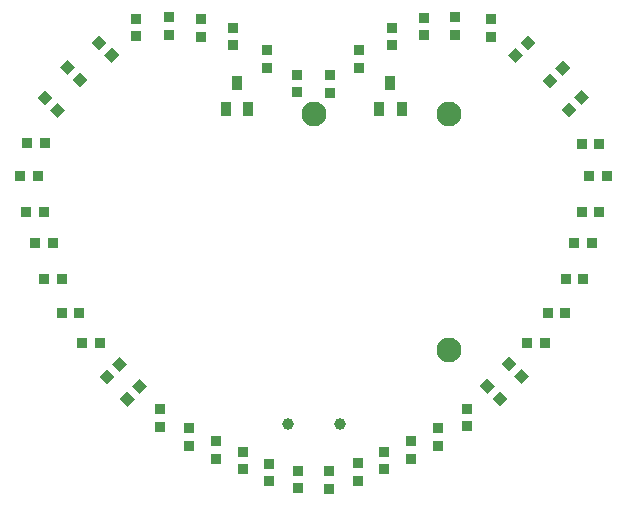
<source format=gbr>
G04 EAGLE Gerber RS-274X export*
G75*
%MOMM*%
%FSLAX34Y34*%
%LPD*%
%AMOC8*
5,1,8,0,0,1.08239X$1,22.5*%
G01*
%ADD10C,2.101600*%
%ADD11R,0.901600X0.901600*%
%ADD12R,0.901600X0.901600*%
%ADD13R,0.863600X1.168400*%
%ADD14C,1.001600*%


D10*
X0Y0D03*
D11*
X38450Y54250D03*
X38450Y39250D03*
X93900Y81750D03*
X93900Y66750D03*
X150600Y80500D03*
X150600Y65500D03*
D12*
G36*
X210818Y32655D02*
X204443Y39030D01*
X210818Y45405D01*
X217193Y39030D01*
X210818Y32655D01*
G37*
G36*
X200212Y22049D02*
X193837Y28424D01*
X200212Y34799D01*
X206587Y28424D01*
X200212Y22049D01*
G37*
D11*
X242100Y-25100D03*
X227100Y-25100D03*
X242100Y-83050D03*
X227100Y-83050D03*
X228350Y-139750D03*
X213350Y-139750D03*
X195850Y-193950D03*
X180850Y-193950D03*
D12*
G36*
X151354Y-240846D02*
X157729Y-234471D01*
X164104Y-240846D01*
X157729Y-247221D01*
X151354Y-240846D01*
G37*
G36*
X140748Y-230240D02*
X147123Y-223865D01*
X153498Y-230240D01*
X147123Y-236615D01*
X140748Y-230240D01*
G37*
D11*
X105150Y-280850D03*
X105150Y-265850D03*
X59700Y-300850D03*
X59700Y-285850D03*
X13000Y-317100D03*
X13000Y-302100D03*
X-37450Y-310850D03*
X-37450Y-295850D03*
X-82900Y-292100D03*
X-82900Y-277100D03*
X-129600Y-264600D03*
X-129600Y-249600D03*
D12*
G36*
X-175208Y-216191D02*
X-168833Y-222566D01*
X-175208Y-228941D01*
X-181583Y-222566D01*
X-175208Y-216191D01*
G37*
G36*
X-164602Y-205585D02*
X-158227Y-211960D01*
X-164602Y-218335D01*
X-170977Y-211960D01*
X-164602Y-205585D01*
G37*
D11*
X-213300Y-168200D03*
X-198300Y-168200D03*
X-235800Y-109000D03*
X-220800Y-109000D03*
X-248300Y-52300D03*
X-233300Y-52300D03*
D12*
G36*
X-220651Y13676D02*
X-227026Y7301D01*
X-233401Y13676D01*
X-227026Y20051D01*
X-220651Y13676D01*
G37*
G36*
X-210045Y3070D02*
X-216420Y-3305D01*
X-222795Y3070D01*
X-216420Y9445D01*
X-210045Y3070D01*
G37*
G36*
X-174966Y60610D02*
X-181341Y54235D01*
X-187716Y60610D01*
X-181341Y66985D01*
X-174966Y60610D01*
G37*
G36*
X-164360Y50004D02*
X-170735Y43629D01*
X-177110Y50004D01*
X-170735Y56379D01*
X-164360Y50004D01*
G37*
D11*
X-122200Y82050D03*
X-122200Y67050D03*
X-68000Y73300D03*
X-68000Y58300D03*
X-13800Y33300D03*
X-13800Y18300D03*
X13850Y33250D03*
X13850Y18250D03*
X66800Y73250D03*
X66800Y58250D03*
X119750Y82000D03*
X119750Y67000D03*
D12*
G36*
X181858Y53950D02*
X175483Y60325D01*
X181858Y66700D01*
X188233Y60325D01*
X181858Y53950D01*
G37*
G36*
X171252Y43344D02*
X164877Y49719D01*
X171252Y56094D01*
X177627Y49719D01*
X171252Y43344D01*
G37*
G36*
X227025Y7748D02*
X220650Y14123D01*
X227025Y20498D01*
X233400Y14123D01*
X227025Y7748D01*
G37*
G36*
X216419Y-2858D02*
X210044Y3517D01*
X216419Y9892D01*
X222794Y3517D01*
X216419Y-2858D01*
G37*
D11*
X248250Y-52350D03*
X233250Y-52350D03*
X235750Y-109050D03*
X220750Y-109050D03*
X213250Y-168250D03*
X198250Y-168250D03*
D13*
X-65000Y26000D03*
X-55500Y4000D03*
X-74500Y4000D03*
D12*
G36*
X170011Y-222048D02*
X176386Y-215673D01*
X182761Y-222048D01*
X176386Y-228423D01*
X170011Y-222048D01*
G37*
G36*
X159405Y-211442D02*
X165780Y-205067D01*
X172155Y-211442D01*
X165780Y-217817D01*
X159405Y-211442D01*
G37*
D11*
X129813Y-264285D03*
X129813Y-249285D03*
X82900Y-292000D03*
X82900Y-277000D03*
X37400Y-310700D03*
X37400Y-295700D03*
X-13050Y-316950D03*
X-13050Y-301950D03*
X-59750Y-300700D03*
X-59750Y-285700D03*
X-105200Y-280700D03*
X-105200Y-265700D03*
D12*
G36*
X-157874Y-234848D02*
X-151499Y-241223D01*
X-157874Y-247598D01*
X-164249Y-241223D01*
X-157874Y-234848D01*
G37*
G36*
X-147268Y-224242D02*
X-140893Y-230617D01*
X-147268Y-236992D01*
X-153643Y-230617D01*
X-147268Y-224242D01*
G37*
D11*
X-195700Y-193900D03*
X-180700Y-193900D03*
X-228200Y-139700D03*
X-213200Y-139700D03*
X-243200Y-83000D03*
X-228200Y-83000D03*
X-242468Y-24534D03*
X-227468Y-24534D03*
D12*
G36*
X-201641Y39616D02*
X-208016Y33241D01*
X-214391Y39616D01*
X-208016Y45991D01*
X-201641Y39616D01*
G37*
G36*
X-191035Y29010D02*
X-197410Y22635D01*
X-203785Y29010D01*
X-197410Y35385D01*
X-191035Y29010D01*
G37*
D11*
X-150400Y80700D03*
X-150400Y65700D03*
X-94900Y80650D03*
X-94900Y65650D03*
X-39450Y54400D03*
X-39450Y39400D03*
D13*
X65000Y26000D03*
X74500Y4000D03*
X55500Y4000D03*
D14*
X22000Y-262350D03*
X-22000Y-262350D03*
D10*
X115000Y0D03*
X115000Y-200000D03*
M02*

</source>
